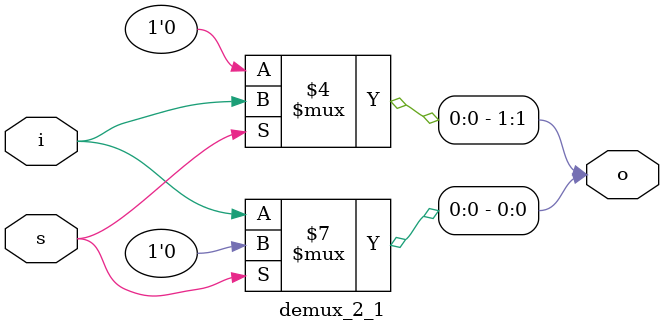
<source format=v>
`timescale 1ns / 1ps


module demux_2_1(o,i,s);
    output reg [1:0] o;
    input i,s;
   /* assign o[0]=!s&i;
    assign o[1]=s&i; */
   /*  always @ (*)
    case (s)
        1'b0: begin o[0]=i;o[1]=1'b0; end
        1'b1: begin o[1]=i;o[0]=1'b0; end
    default:o[1:0] = 2'bxx;
    endcase */
    always @(*)
        begin 
        if(s==1'b0) begin
            o[0]=i;
            o[1]=1'b0;
            end
        else
        begin      
        o[1]=i;
        o[0]=1'b0;
        end
        end
 endmodule
</source>
